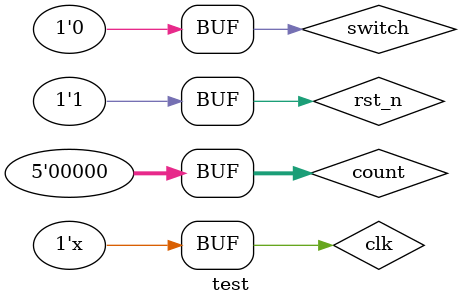
<source format=v>
`timescale 1ns / 1ps


module test;

	// Inputs
	reg clk;
	reg rst_n;
	reg switch;
	reg [4:0] count;

	// Outputs
	wire audio_appsel;
	wire audio_sysclk;
	wire audio_bck;
	wire audio_ws;
	wire audio_data;
	wire [14:0] display;
	wire [3:0] wh_light;

	// Instantiate the Unit Under Test (UUT)
	speaker uut (
		.clk(clk), 
		.rst_n(rst_n), 
		.audio_appsel(audio_appsel), 
		.audio_sysclk(audio_sysclk), 
		.audio_bck(audio_bck), 
		.audio_ws(audio_ws), 
		.audio_data(audio_data), 
		.switch(switch), 
		.count(count), 
		.display(display), 
		.wh_light(wh_light)
	);

	initial begin
		// Initialize Inputs
		clk = 0;
		rst_n = 0;
		switch = 0;
		count = 0;

		// Wait 100 ns for global reset to finish
		#1
		rst_n=1;
		
        
		// Add stimulus here

	end
      always #1 clk=~clk;
endmodule


</source>
